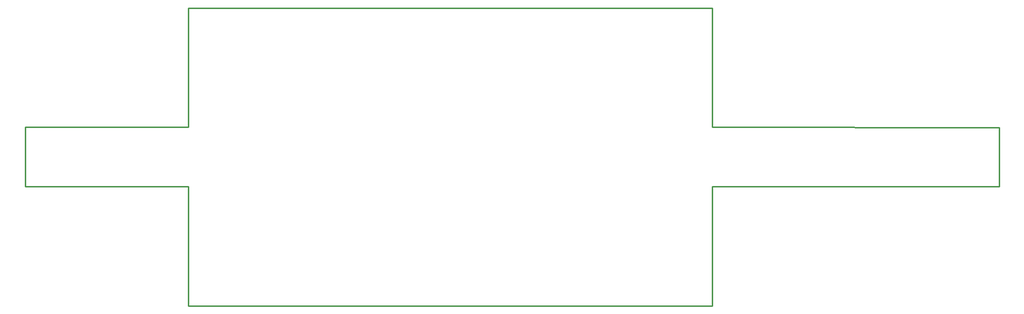
<source format=gko>
G04 Layer: BoardOutline*
G04 EasyEDA v6.3.39, 2020-04-24T10:39:31-10:00*
G04 0f25efb224964ab9abe88dfcb523e386,a4d28be01f944deba2cf7c63a1f3ff09,10*
G04 Gerber Generator version 0.2*
G04 Scale: 100 percent, Rotated: No, Reflected: No *
G04 Dimensions in millimeters *
G04 leading zeros omitted , absolute positions ,3 integer and 3 decimal *
%FSLAX33Y33*%
%MOMM*%
G90*
G71D02*

%ADD10C,0.254000*%
%ADD11C,0.250012*%
G54D10*
G01X29000Y53000D02*
G01X122000Y53000D01*
G01X121999Y53000D02*
G01X121999Y31801D01*
G01X173000Y31700D01*
G01X121999Y0D02*
G01X121999Y21199D01*
G01X173000Y21200D01*
G01X29000Y0D02*
G01X122000Y0D01*
G01X29000Y0D02*
G01X29000Y21199D01*
G01X0Y21200D01*
G01X0Y31800D01*
G01X29000Y31800D01*
G54D11*
G01X29000Y53000D02*
G01X29000Y31800D01*
G01X173000Y31700D02*
G01X173000Y21200D01*

%LPD*%
M00*
M02*

</source>
